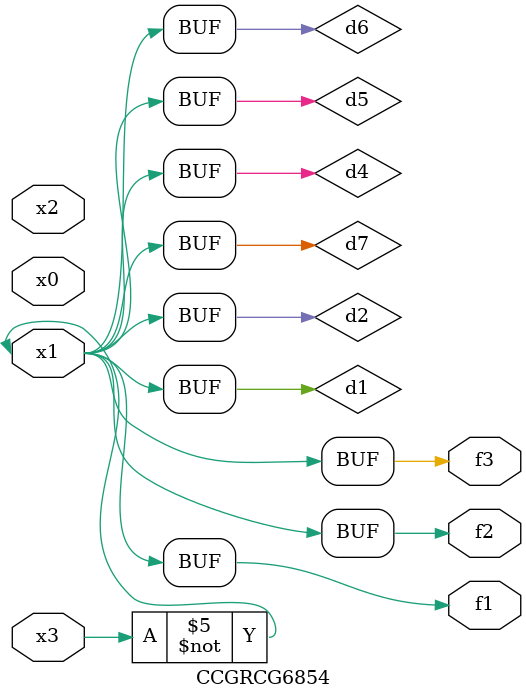
<source format=v>
module CCGRCG6854(
	input x0, x1, x2, x3,
	output f1, f2, f3
);

	wire d1, d2, d3, d4, d5, d6, d7;

	not (d1, x3);
	buf (d2, x1);
	xnor (d3, d1, d2);
	nor (d4, d1);
	buf (d5, d1, d2);
	buf (d6, d4, d5);
	nand (d7, d4);
	assign f1 = d6;
	assign f2 = d7;
	assign f3 = d6;
endmodule

</source>
